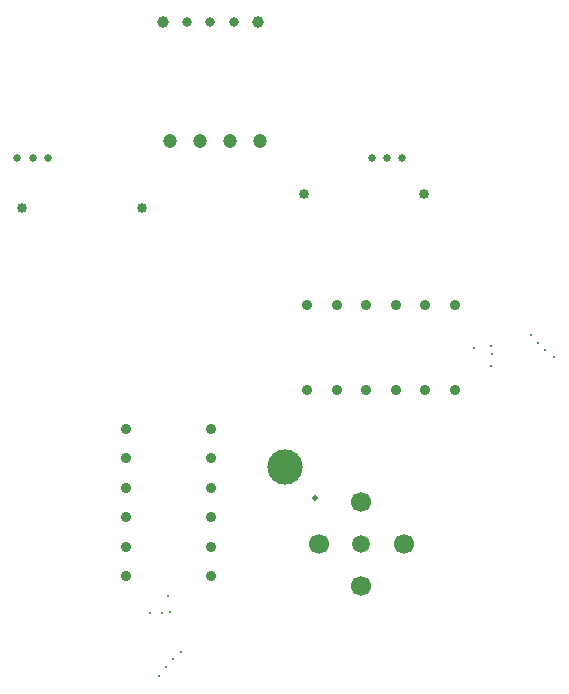
<source format=gbr>
%TF.GenerationSoftware,Altium Limited,Altium Designer,22.7.1 (60)*%
G04 Layer_Color=0*
%FSLAX45Y45*%
%MOMM*%
%TF.SameCoordinates,2E8CAF61-F9F5-4988-A97D-765C0E49F6B8*%
%TF.FilePolarity,Positive*%
%TF.FileFunction,Plated,1,2,PTH,Drill*%
%TF.Part,Single*%
G01*
G75*
%TA.AperFunction,ComponentDrill*%
%ADD57C,0.85000*%
%ADD58C,1.20000*%
%ADD59C,1.00000*%
%ADD60C,0.80000*%
%ADD61C,0.90000*%
%ADD62C,0.90000*%
%ADD63C,1.50000*%
%ADD64C,1.70000*%
%ADD65C,0.65000*%
%TA.AperFunction,ViaDrill,NotFilled*%
%ADD66C,0.30000*%
%ADD67C,3.00000*%
%ADD68C,0.50000*%
D57*
X774700Y1193800D02*
D03*
X1790700D02*
D03*
X-1612900Y1076849D02*
D03*
X-596900D02*
D03*
D58*
X-355600Y1643874D02*
D03*
X-101600Y1643874D02*
D03*
X152400Y1643874D02*
D03*
X406400D02*
D03*
D59*
X384100Y2654301D02*
D03*
X-415900Y2654300D02*
D03*
D60*
X184100Y2654300D02*
D03*
X-15900Y2654300D02*
D03*
X-215900D02*
D03*
D61*
X-9309Y-790616D02*
D03*
Y-1040616D02*
D03*
Y-1290616D02*
D03*
Y-1540616D02*
D03*
Y-1790616D02*
D03*
Y-2040616D02*
D03*
X-731624D02*
D03*
X-731625Y-1790615D02*
D03*
X-731624Y-1540616D02*
D03*
Y-1290616D02*
D03*
Y-1040616D02*
D03*
Y-790616D02*
D03*
D62*
X803316Y257391D02*
D03*
X1053316Y257391D02*
D03*
X1303316D02*
D03*
X1553316D02*
D03*
X1803316Y257390D02*
D03*
X2053316Y257391D02*
D03*
Y-464925D02*
D03*
X1803315Y-464925D02*
D03*
X1553316Y-464924D02*
D03*
X1303316Y-464925D02*
D03*
X1053316Y-464924D02*
D03*
X803316Y-464924D02*
D03*
D63*
X1263614Y-1766751D02*
D03*
D64*
X904403Y-1766751D02*
D03*
X1263615Y-2125962D02*
D03*
X1622826Y-1766753D02*
D03*
X1263615Y-1407541D02*
D03*
D65*
X-1389621Y1502263D02*
D03*
X-1519621Y1502263D02*
D03*
X-1649621D02*
D03*
X1350380D02*
D03*
X1480379Y1502263D02*
D03*
X1610379Y1502263D02*
D03*
D66*
X-452917Y-2882234D02*
D03*
X-329059Y-2743579D02*
D03*
X-526255Y-2349743D02*
D03*
X-354067Y-2343814D02*
D03*
X-260454Y-2684559D02*
D03*
X-388248Y-2804960D02*
D03*
X2894934Y-186217D02*
D03*
X2756279Y-62359D02*
D03*
X2362444Y-259555D02*
D03*
X2356514Y-87367D02*
D03*
X2697259Y6246D02*
D03*
X2817660Y-121548D02*
D03*
X-423593Y-2354872D02*
D03*
X-371691Y-2205656D02*
D03*
X2367573Y-156893D02*
D03*
X2218356Y-104991D02*
D03*
D67*
X615379Y-1113638D02*
D03*
D68*
X869379Y-1380337D02*
D03*
%TF.MD5,99c2f4557190ba5cf65decb3533f35cb*%
M02*

</source>
